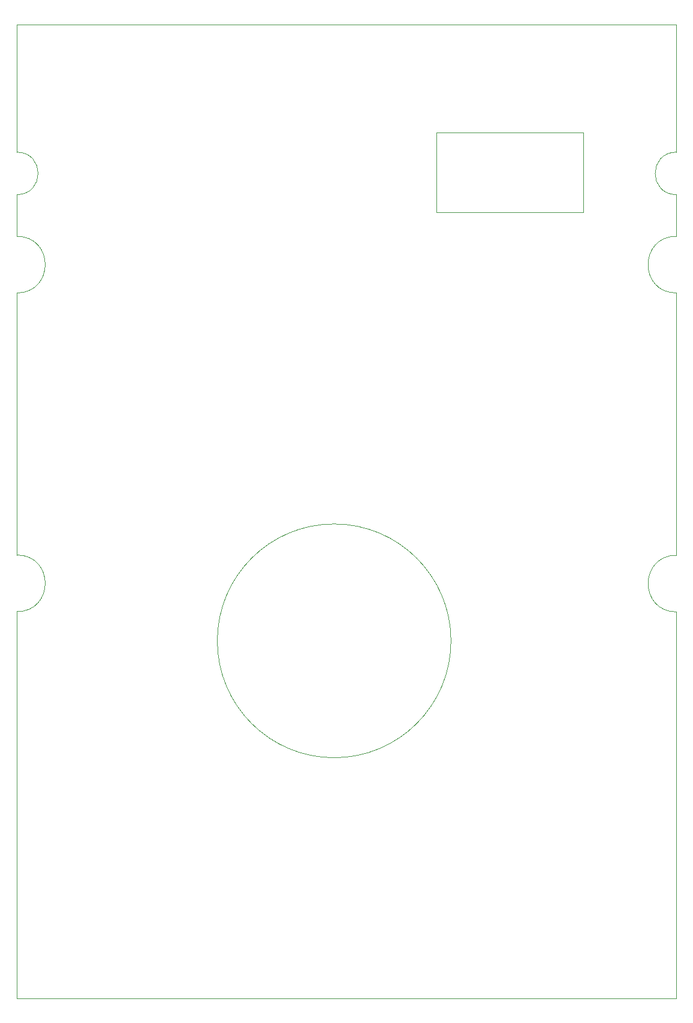
<source format=gbr>
%TF.GenerationSoftware,KiCad,Pcbnew,8.0.7*%
%TF.CreationDate,2025-07-24T13:25:47+02:00*%
%TF.ProjectId,Soundwalk,536f756e-6477-4616-9c6b-2e6b69636164,rev?*%
%TF.SameCoordinates,Original*%
%TF.FileFunction,Profile,NP*%
%FSLAX46Y46*%
G04 Gerber Fmt 4.6, Leading zero omitted, Abs format (unit mm)*
G04 Created by KiCad (PCBNEW 8.0.7) date 2025-07-24 13:25:47*
%MOMM*%
%LPD*%
G01*
G04 APERTURE LIST*
%TA.AperFunction,Profile*%
%ADD10C,0.100000*%
%TD*%
%TA.AperFunction,Profile*%
%ADD11C,0.050000*%
%TD*%
G04 APERTURE END LIST*
D10*
X275956800Y-58152400D02*
G75*
G02*
X275956800Y-50152400I0J4000000D01*
G01*
X242056800Y-35522400D02*
X262806800Y-35522400D01*
X262806800Y-46772400D01*
X242056800Y-46772400D01*
X242056800Y-35522400D01*
X275956800Y-44272400D02*
G75*
G02*
X275956800Y-38272400I0J3000000D01*
G01*
X182806800Y-38272400D02*
G75*
G02*
X182806800Y-44272400I0J-3000000D01*
G01*
X275956800Y-157742159D02*
X182806800Y-157731564D01*
X275956800Y-78652400D02*
X275956800Y-58152400D01*
X182806800Y-20272400D02*
X275956800Y-20272400D01*
X182806800Y-50152400D02*
X182806800Y-49462400D01*
X275956800Y-20272400D02*
X275956800Y-38272400D01*
D11*
X275971000Y-95187000D02*
X275956800Y-78652400D01*
D10*
X182806800Y-50152400D02*
G75*
G02*
X182806800Y-58152400I0J-4000000D01*
G01*
X244119000Y-107272400D02*
G75*
G02*
X211119000Y-107272400I-16500000J0D01*
G01*
X211119000Y-107272400D02*
G75*
G02*
X244119000Y-107272400I16500000J0D01*
G01*
D11*
X182806800Y-95152400D02*
X182806800Y-58152400D01*
X182806800Y-95152400D02*
G75*
G02*
X182806800Y-103152400I0J-4000000D01*
G01*
X275971000Y-103187000D02*
G75*
G02*
X275971000Y-95187000I0J4000000D01*
G01*
D10*
X182806800Y-44272400D02*
X182806800Y-49462400D01*
D11*
X275971000Y-103187000D02*
X275956800Y-157742159D01*
X182806800Y-103152400D02*
X182806800Y-157731564D01*
D10*
X182806800Y-38272400D02*
X182806800Y-20272400D01*
X275956800Y-50152400D02*
X275956800Y-44272400D01*
M02*

</source>
